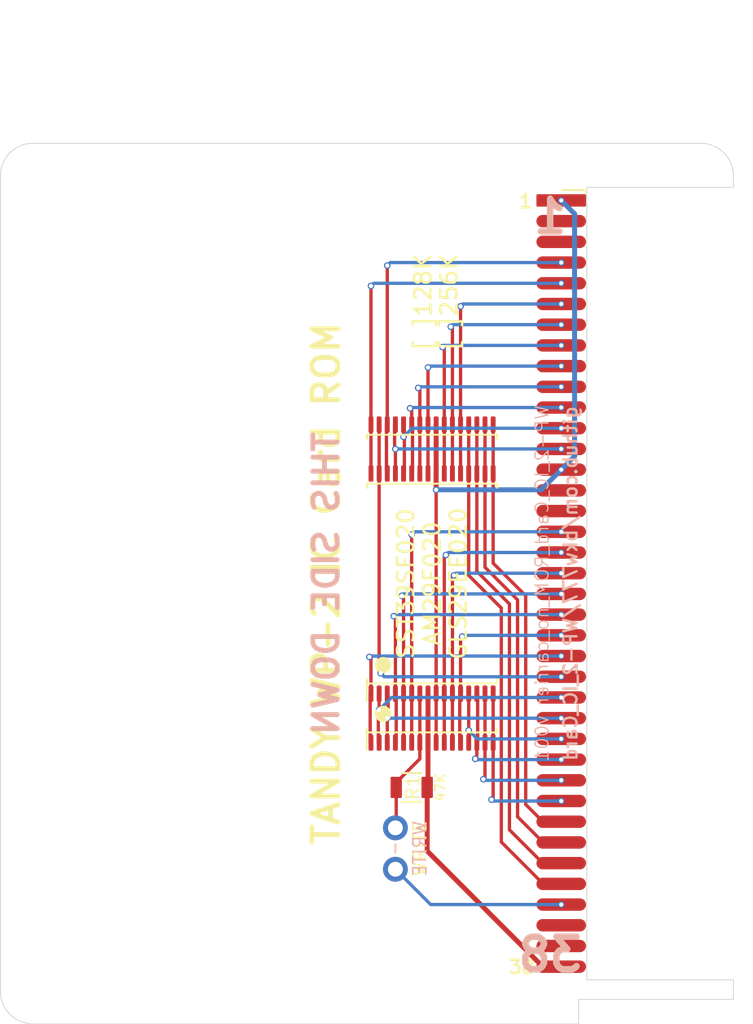
<source format=kicad_pcb>
(kicad_pcb (version 20171130) (host pcbnew 5.1.7-a382d34a8~87~ubuntu20.04.1)

  (general
    (thickness 0.8)
    (drawings 27)
    (tracks 240)
    (zones 0)
    (modules 6)
    (nets 34)
  )

  (page USLetter)
  (title_block
    (title "WP-2 128K RAM IC-Card")
    (date 2020-09-26)
    (company "Brian K. White - b.kenyon.w@gmail.com")
  )

  (layers
    (0 F.Cu signal)
    (31 B.Cu signal)
    (33 F.Adhes user)
    (35 F.Paste user)
    (36 B.SilkS user)
    (37 F.SilkS user)
    (38 B.Mask user)
    (39 F.Mask user)
    (40 Dwgs.User user)
    (41 Cmts.User user hide)
    (42 Eco1.User user hide)
    (43 Eco2.User user hide)
    (44 Edge.Cuts user)
    (45 Margin user hide)
    (46 B.CrtYd user hide)
    (47 F.CrtYd user hide)
    (49 F.Fab user hide)
  )

  (setup
    (last_trace_width 0.2032)
    (user_trace_width 0.1524)
    (user_trace_width 0.1778)
    (user_trace_width 0.2032)
    (user_trace_width 0.3048)
    (user_trace_width 0.508)
    (trace_clearance 0.1524)
    (zone_clearance 0.16)
    (zone_45_only no)
    (trace_min 0.1524)
    (via_size 0.4064)
    (via_drill 0.254)
    (via_min_size 0.4064)
    (via_min_drill 0.254)
    (uvia_size 0.4064)
    (uvia_drill 0.254)
    (uvias_allowed no)
    (uvia_min_size 0.4064)
    (uvia_min_drill 0.254)
    (edge_width 0.05)
    (segment_width 0.2)
    (pcb_text_width 0.3)
    (pcb_text_size 1.5 1.5)
    (mod_edge_width 0.12)
    (mod_text_size 1 1)
    (mod_text_width 0.15)
    (pad_size 0.3 1)
    (pad_drill 0)
    (pad_to_mask_clearance 0)
    (aux_axis_origin 158.75 99.695)
    (grid_origin 158.75 99.695)
    (visible_elements FFFFFF7F)
    (pcbplotparams
      (layerselection 0x010f0_ffffffff)
      (usegerberextensions true)
      (usegerberattributes true)
      (usegerberadvancedattributes true)
      (creategerberjobfile true)
      (excludeedgelayer true)
      (linewidth 0.100000)
      (plotframeref false)
      (viasonmask false)
      (mode 1)
      (useauxorigin false)
      (hpglpennumber 1)
      (hpglpenspeed 20)
      (hpglpendiameter 15.000000)
      (psnegative false)
      (psa4output false)
      (plotreference true)
      (plotvalue true)
      (plotinvisibletext false)
      (padsonsilk false)
      (subtractmaskfromsilk true)
      (outputformat 1)
      (mirror false)
      (drillshape 0)
      (scaleselection 1)
      (outputdirectory "GERBER_WP-2_IC_Card_ROM_no_carrier"))
  )

  (net 0 "")
  (net 1 GND)
  (net 2 /~CE1)
  (net 3 /~OE)
  (net 4 /D0)
  (net 5 /D1)
  (net 6 /D2)
  (net 7 /D3)
  (net 8 /D4)
  (net 9 /D5)
  (net 10 /D6)
  (net 11 /D7)
  (net 12 /A16)
  (net 13 /A15)
  (net 14 /A14)
  (net 15 /A13)
  (net 16 /A12)
  (net 17 /A11)
  (net 18 /A10)
  (net 19 /A9)
  (net 20 /A8)
  (net 21 /A7)
  (net 22 /A6)
  (net 23 /A5)
  (net 24 /A4)
  (net 25 /A3)
  (net 26 /A2)
  (net 27 /A1)
  (net 28 /A0)
  (net 29 VDD)
  (net 30 /A17)
  (net 31 /~WE)
  (net 32 /R~W)
  (net 33 /A18)

  (net_class Default "This is the default net class."
    (clearance 0.1524)
    (trace_width 0.254)
    (via_dia 0.4064)
    (via_drill 0.254)
    (uvia_dia 0.4064)
    (uvia_drill 0.254)
    (diff_pair_width 0.1524)
    (diff_pair_gap 0.2032)
    (add_net /A0)
    (add_net /A1)
    (add_net /A10)
    (add_net /A11)
    (add_net /A12)
    (add_net /A13)
    (add_net /A14)
    (add_net /A15)
    (add_net /A16)
    (add_net /A17)
    (add_net /A18)
    (add_net /A2)
    (add_net /A3)
    (add_net /A4)
    (add_net /A5)
    (add_net /A6)
    (add_net /A7)
    (add_net /A8)
    (add_net /A9)
    (add_net /D0)
    (add_net /D1)
    (add_net /D2)
    (add_net /D3)
    (add_net /D4)
    (add_net /D5)
    (add_net /D6)
    (add_net /D7)
    (add_net /R~W)
    (add_net /~CE1)
    (add_net /~OE)
    (add_net /~WE)
    (add_net GND)
    (add_net VDD)
  )

  (module 0_LOCAL:Net_Tie_2p_8mil (layer F.Cu) (tedit 5F70D483) (tstamp 5FA32BC1)
    (at 149.5 105.195 90)
    (path /5FA75A2A)
    (fp_text reference NT1 (at 0 1.016 90) (layer F.SilkS) hide
      (effects (font (size 0.508 0.508) (thickness 0.1016)))
    )
    (fp_text value Net-Tie_2 (at 0 -2 90) (layer F.Fab)
      (effects (font (size 1 1) (thickness 0.01)))
    )
    (fp_line (start -0.2032 0) (end 0.2032 0) (layer F.Cu) (width 0.2032))
    (pad 2 smd circle (at 0.2032 0 90) (size 0.2032 0.2032) (layers F.Cu)
      (net 1 GND))
    (pad 1 smd circle (at -0.2032 0 90) (size 0.2032 0.2032) (layers F.Cu)
      (net 33 /A18))
  )

  (module 0_LOCAL:R_0805 (layer F.Cu) (tedit 5F8B5224) (tstamp 5F898D2F)
    (at 148 112.195 180)
    (descr "Resistor SMD 0805, reflow soldering, Vishay (see dcrcw.pdf)")
    (tags "resistor 0805")
    (path /5F8FDC45)
    (attr smd)
    (fp_text reference R1 (at -0.05 0 90 unlocked) (layer F.SilkS)
      (effects (font (size 0.8 0.8) (thickness 0.1)))
    )
    (fp_text value 47K (at -1.75 0 90) (layer F.SilkS)
      (effects (font (size 0.6 0.6) (thickness 0.1)))
    )
    (fp_line (start 1.55 0.9) (end -1.55 0.9) (layer F.CrtYd) (width 0.05))
    (fp_line (start 1.55 0.9) (end 1.55 -0.9) (layer F.CrtYd) (width 0.05))
    (fp_line (start -1.55 -0.9) (end -1.55 0.9) (layer F.CrtYd) (width 0.05))
    (fp_line (start -1.55 -0.9) (end 1.55 -0.9) (layer F.CrtYd) (width 0.05))
    (fp_line (start -0.6 -0.88) (end 0.6 -0.88) (layer F.SilkS) (width 0.12))
    (fp_line (start 0.6 0.88) (end -0.6 0.88) (layer F.SilkS) (width 0.12))
    (fp_line (start -1 -0.62) (end 1 -0.62) (layer F.Fab) (width 0.1))
    (fp_line (start 1 -0.62) (end 1 0.62) (layer F.Fab) (width 0.1))
    (fp_line (start 1 0.62) (end -1 0.62) (layer F.Fab) (width 0.1))
    (fp_line (start -1 0.62) (end -1 -0.62) (layer F.Fab) (width 0.1))
    (fp_text user %R (at 0 0) (layer F.Fab)
      (effects (font (size 0.5 0.5) (thickness 0.075)))
    )
    (pad 1 smd roundrect (at -0.95 0 180) (size 0.7 1.3) (layers F.Cu F.Paste F.Mask) (roundrect_rratio 0.1)
      (net 29 VDD))
    (pad 2 smd roundrect (at 0.95 0 180) (size 0.7 1.3) (layers F.Cu F.Paste F.Mask) (roundrect_rratio 0.1)
      (net 31 /~WE))
    (model ${KIPRJMOD}/3d/R_0805_2012Metric.step
      (at (xyz 0 0 0))
      (scale (xyz 1 1 1))
      (rotate (xyz 0 0 0))
    )
  )

  (module 0_LOCAL:TSOP32-14mm (layer F.Cu) (tedit 5F8D316E) (tstamp 5F898D85)
    (at 149.25 99.695)
    (descr "Module CMS TSOP 32 pins")
    (tags "CMS TSOP")
    (path /5F906116)
    (attr smd)
    (fp_text reference U2 (at -1.905 -0.508 90) (layer F.SilkS) hide
      (effects (font (size 1 1) (thickness 0.15)))
    )
    (fp_text value "FLASH 256Kx8 5v Parallel" (at 1.27 0 90) (layer F.Fab)
      (effects (font (size 1 1) (thickness 0.15)))
    )
    (fp_circle (center -3 5) (end -2.75 5) (layer F.SilkS) (width 0.5))
    (fp_line (start -4 6.125) (end 4 6.125) (layer F.SilkS) (width 0.12))
    (fp_line (start 4 -6.125) (end -4 -6.125) (layer F.SilkS) (width 0.12))
    (fp_line (start -4 7.2) (end -4 5.875) (layer F.SilkS) (width 0.12))
    (fp_line (start 4 6.125) (end 4 5.875) (layer F.SilkS) (width 0.12))
    (fp_line (start -4 -6.125) (end -4 -5.875) (layer F.SilkS) (width 0.12))
    (fp_line (start 4 -6.125) (end 4 -5.875) (layer F.SilkS) (width 0.12))
    (pad 1 smd roundrect (at -3.75 6.75) (size 0.3 1) (layers F.Cu F.Paste F.Mask) (roundrect_rratio 0.25)
      (net 17 /A11))
    (pad 2 smd roundrect (at -3.25 6.75) (size 0.3 1) (layers F.Cu F.Paste F.Mask) (roundrect_rratio 0.25)
      (net 19 /A9))
    (pad 3 smd roundrect (at -2.75 6.75) (size 0.3 1) (layers F.Cu F.Paste F.Mask) (roundrect_rratio 0.25)
      (net 20 /A8))
    (pad 4 smd roundrect (at -2.25 6.75) (size 0.3 1) (layers F.Cu F.Paste F.Mask) (roundrect_rratio 0.25)
      (net 15 /A13))
    (pad 5 smd roundrect (at -1.75 6.75) (size 0.3 1) (layers F.Cu F.Paste F.Mask) (roundrect_rratio 0.25)
      (net 14 /A14))
    (pad 6 smd roundrect (at -1.25 6.75) (size 0.3 1) (layers F.Cu F.Paste F.Mask) (roundrect_rratio 0.25)
      (net 30 /A17))
    (pad 7 smd roundrect (at -0.75 6.75) (size 0.3 1) (layers F.Cu F.Paste F.Mask) (roundrect_rratio 0.25)
      (net 31 /~WE))
    (pad 8 smd roundrect (at -0.25 6.75) (size 0.3 1) (layers F.Cu F.Paste F.Mask) (roundrect_rratio 0.25)
      (net 29 VDD))
    (pad 9 smd roundrect (at 0.25 6.75) (size 0.3 1) (layers F.Cu F.Paste F.Mask) (roundrect_rratio 0.25)
      (net 33 /A18))
    (pad 10 smd roundrect (at 0.75 6.75) (size 0.3 1) (layers F.Cu F.Paste F.Mask) (roundrect_rratio 0.25)
      (net 12 /A16))
    (pad 11 smd roundrect (at 1.25 6.75) (size 0.3 1) (layers F.Cu F.Paste F.Mask) (roundrect_rratio 0.25)
      (net 13 /A15))
    (pad 12 smd roundrect (at 1.75 6.75) (size 0.3 1) (layers F.Cu F.Paste F.Mask) (roundrect_rratio 0.25)
      (net 16 /A12))
    (pad 13 smd roundrect (at 2.25 6.75) (size 0.3 1) (layers F.Cu F.Paste F.Mask) (roundrect_rratio 0.25)
      (net 21 /A7))
    (pad 14 smd roundrect (at 2.75 6.75) (size 0.3 1) (layers F.Cu F.Paste F.Mask) (roundrect_rratio 0.25)
      (net 22 /A6))
    (pad 15 smd roundrect (at 3.25 6.75) (size 0.3 1) (layers F.Cu F.Paste F.Mask) (roundrect_rratio 0.25)
      (net 23 /A5))
    (pad 16 smd roundrect (at 3.75 6.75) (size 0.3 1) (layers F.Cu F.Paste F.Mask) (roundrect_rratio 0.25)
      (net 24 /A4))
    (pad 17 smd roundrect (at 3.75 -6.75) (size 0.3 1) (layers F.Cu F.Paste F.Mask) (roundrect_rratio 0.25)
      (net 25 /A3))
    (pad 18 smd roundrect (at 3.25 -6.75) (size 0.3 1) (layers F.Cu F.Paste F.Mask) (roundrect_rratio 0.25)
      (net 26 /A2))
    (pad 19 smd roundrect (at 2.75 -6.75) (size 0.3 1) (layers F.Cu F.Paste F.Mask) (roundrect_rratio 0.25)
      (net 27 /A1))
    (pad 20 smd roundrect (at 2.25 -6.75) (size 0.3 1) (layers F.Cu F.Paste F.Mask) (roundrect_rratio 0.25)
      (net 28 /A0))
    (pad 21 smd roundrect (at 1.75 -6.75) (size 0.3 1) (layers F.Cu F.Paste F.Mask) (roundrect_rratio 0.25)
      (net 4 /D0))
    (pad 22 smd roundrect (at 1.25 -6.75) (size 0.3 1) (layers F.Cu F.Paste F.Mask) (roundrect_rratio 0.25)
      (net 5 /D1))
    (pad 23 smd roundrect (at 0.75 -6.75) (size 0.3 1) (layers F.Cu F.Paste F.Mask) (roundrect_rratio 0.25)
      (net 6 /D2))
    (pad 24 smd roundrect (at 0.25 -6.75) (size 0.3 1) (layers F.Cu F.Paste F.Mask) (roundrect_rratio 0.25)
      (net 1 GND))
    (pad 25 smd roundrect (at -0.25 -6.75) (size 0.3 1) (layers F.Cu F.Paste F.Mask) (roundrect_rratio 0.25)
      (net 7 /D3))
    (pad 26 smd roundrect (at -0.75 -6.75) (size 0.3 1) (layers F.Cu F.Paste F.Mask) (roundrect_rratio 0.25)
      (net 8 /D4))
    (pad 27 smd roundrect (at -1.25 -6.75) (size 0.3 1) (layers F.Cu F.Paste F.Mask) (roundrect_rratio 0.25)
      (net 9 /D5))
    (pad 28 smd roundrect (at -1.75 -6.75) (size 0.3 1) (layers F.Cu F.Paste F.Mask) (roundrect_rratio 0.25)
      (net 10 /D6))
    (pad 29 smd roundrect (at -2.25 -6.75) (size 0.3 1) (layers F.Cu F.Paste F.Mask) (roundrect_rratio 0.25)
      (net 11 /D7))
    (pad 30 smd roundrect (at -2.75 -6.75) (size 0.3 1) (layers F.Cu F.Paste F.Mask) (roundrect_rratio 0.25)
      (net 2 /~CE1))
    (pad 31 smd roundrect (at -3.25 -6.75) (size 0.3 1) (layers F.Cu F.Paste F.Mask) (roundrect_rratio 0.25)
      (net 18 /A10))
    (pad 32 smd roundrect (at -3.75 -6.75) (size 0.3 1) (layers F.Cu F.Paste F.Mask) (roundrect_rratio 0.25)
      (net 3 /~OE))
    (model ${KIPRJMOD}/3d/TSOP32_8x14.step
      (at (xyz 0 0 0))
      (scale (xyz 1 1 1))
      (rotate (xyz 0 0 -90))
    )
  )

  (module 0_LOCAL:TSOP32-20mm (layer F.Cu) (tedit 5F8D318C) (tstamp 5F898D5A)
    (at 149.25 99.695)
    (descr "Module CMS TSOP 32 pins")
    (tags "CMS TSOP")
    (path /5FA8764D)
    (attr virtual)
    (fp_text reference U1 (at -1.905 -0.508 90) (layer F.SilkS) hide
      (effects (font (size 1 1) (thickness 0.15)))
    )
    (fp_text value "FLASH 256Kx8 5v Parallel" (at 1.27 0 90) (layer F.Fab)
      (effects (font (size 1 1) (thickness 0.15)))
    )
    (fp_line (start 4 -9.125) (end 4 -8.875) (layer F.SilkS) (width 0.12))
    (fp_line (start -4 -9.125) (end -4 -8.875) (layer F.SilkS) (width 0.12))
    (fp_line (start 4 9.125) (end 4 8.875) (layer F.SilkS) (width 0.12))
    (fp_line (start -4 10.2) (end -4 8.875) (layer F.SilkS) (width 0.12))
    (fp_line (start 4 -9.125) (end -4 -9.125) (layer F.SilkS) (width 0.12))
    (fp_line (start -4 9.125) (end 4 9.125) (layer F.SilkS) (width 0.12))
    (fp_circle (center -3 8) (end -2.75 8) (layer F.SilkS) (width 0.5))
    (pad 1 smd roundrect (at -3.75 9.75) (size 0.3 1) (layers F.Cu F.Paste F.Mask) (roundrect_rratio 0.25)
      (net 17 /A11))
    (pad 2 smd roundrect (at -3.25 9.75) (size 0.3 1) (layers F.Cu F.Paste F.Mask) (roundrect_rratio 0.25)
      (net 19 /A9))
    (pad 3 smd roundrect (at -2.75 9.75) (size 0.3 1) (layers F.Cu F.Paste F.Mask) (roundrect_rratio 0.25)
      (net 20 /A8))
    (pad 4 smd roundrect (at -2.25 9.75) (size 0.3 1) (layers F.Cu F.Paste F.Mask) (roundrect_rratio 0.25)
      (net 15 /A13))
    (pad 5 smd roundrect (at -1.75 9.75) (size 0.3 1) (layers F.Cu F.Paste F.Mask) (roundrect_rratio 0.25)
      (net 14 /A14))
    (pad 6 smd roundrect (at -1.25 9.75) (size 0.3 1) (layers F.Cu F.Paste F.Mask) (roundrect_rratio 0.25)
      (net 30 /A17))
    (pad 7 smd roundrect (at -0.75 9.75) (size 0.3 1) (layers F.Cu F.Paste F.Mask) (roundrect_rratio 0.25)
      (net 31 /~WE))
    (pad 8 smd roundrect (at -0.25 9.75) (size 0.3 1) (layers F.Cu F.Paste F.Mask) (roundrect_rratio 0.25)
      (net 29 VDD))
    (pad 9 smd roundrect (at 0.25 9.75) (size 0.3 1) (layers F.Cu F.Paste F.Mask) (roundrect_rratio 0.25)
      (net 33 /A18))
    (pad 10 smd roundrect (at 0.75 9.75) (size 0.3 1) (layers F.Cu F.Paste F.Mask) (roundrect_rratio 0.25)
      (net 12 /A16))
    (pad 11 smd roundrect (at 1.25 9.75) (size 0.3 1) (layers F.Cu F.Paste F.Mask) (roundrect_rratio 0.25)
      (net 13 /A15))
    (pad 12 smd roundrect (at 1.75 9.75) (size 0.3 1) (layers F.Cu F.Paste F.Mask) (roundrect_rratio 0.25)
      (net 16 /A12))
    (pad 13 smd roundrect (at 2.25 9.75) (size 0.3 1) (layers F.Cu F.Paste F.Mask) (roundrect_rratio 0.25)
      (net 21 /A7))
    (pad 14 smd roundrect (at 2.75 9.75) (size 0.3 1) (layers F.Cu F.Paste F.Mask) (roundrect_rratio 0.25)
      (net 22 /A6))
    (pad 15 smd roundrect (at 3.25 9.75) (size 0.3 1) (layers F.Cu F.Paste F.Mask) (roundrect_rratio 0.25)
      (net 23 /A5))
    (pad 16 smd roundrect (at 3.75 9.75) (size 0.3 1) (layers F.Cu F.Paste F.Mask) (roundrect_rratio 0.25)
      (net 24 /A4))
    (pad 17 smd roundrect (at 3.75 -9.75) (size 0.3 1) (layers F.Cu F.Paste F.Mask) (roundrect_rratio 0.25)
      (net 25 /A3))
    (pad 18 smd roundrect (at 3.25 -9.75) (size 0.3 1) (layers F.Cu F.Paste F.Mask) (roundrect_rratio 0.25)
      (net 26 /A2))
    (pad 19 smd roundrect (at 2.75 -9.75) (size 0.3 1) (layers F.Cu F.Paste F.Mask) (roundrect_rratio 0.25)
      (net 27 /A1))
    (pad 20 smd roundrect (at 2.25 -9.75) (size 0.3 1) (layers F.Cu F.Paste F.Mask) (roundrect_rratio 0.25)
      (net 28 /A0))
    (pad 21 smd roundrect (at 1.75 -9.75) (size 0.3 1) (layers F.Cu F.Paste F.Mask) (roundrect_rratio 0.25)
      (net 4 /D0))
    (pad 22 smd roundrect (at 1.25 -9.75) (size 0.3 1) (layers F.Cu F.Paste F.Mask) (roundrect_rratio 0.25)
      (net 5 /D1))
    (pad 23 smd roundrect (at 0.75 -9.75) (size 0.3 1) (layers F.Cu F.Paste F.Mask) (roundrect_rratio 0.25)
      (net 6 /D2))
    (pad 24 smd roundrect (at 0.25 -9.75) (size 0.3 1) (layers F.Cu F.Paste F.Mask) (roundrect_rratio 0.25)
      (net 1 GND))
    (pad 25 smd roundrect (at -0.25 -9.75) (size 0.3 1) (layers F.Cu F.Paste F.Mask) (roundrect_rratio 0.25)
      (net 7 /D3))
    (pad 26 smd roundrect (at -0.75 -9.75) (size 0.3 1) (layers F.Cu F.Paste F.Mask) (roundrect_rratio 0.25)
      (net 8 /D4))
    (pad 27 smd roundrect (at -1.25 -9.75) (size 0.3 1) (layers F.Cu F.Paste F.Mask) (roundrect_rratio 0.25)
      (net 9 /D5))
    (pad 28 smd roundrect (at -1.75 -9.75) (size 0.3 1) (layers F.Cu F.Paste F.Mask) (roundrect_rratio 0.25)
      (net 10 /D6))
    (pad 29 smd roundrect (at -2.25 -9.75) (size 0.3 1) (layers F.Cu F.Paste F.Mask) (roundrect_rratio 0.25)
      (net 11 /D7))
    (pad 30 smd roundrect (at -2.75 -9.75) (size 0.3 1) (layers F.Cu F.Paste F.Mask) (roundrect_rratio 0.25)
      (net 2 /~CE1))
    (pad 31 smd roundrect (at -3.25 -9.75) (size 0.3 1) (layers F.Cu F.Paste F.Mask) (roundrect_rratio 0.25)
      (net 18 /A10))
    (pad 32 smd roundrect (at -3.75 -9.75) (size 0.3 1) (layers F.Cu F.Paste F.Mask) (roundrect_rratio 0.25)
      (net 3 /~OE))
    (model ${KIPRJMOD}/3d/TSOP32_8X20.step
      (at (xyz 0 0 0))
      (scale (xyz 1 1 1))
      (rotate (xyz 0 0 -90))
    )
  )

  (module 0_LOCAL:JP2 (layer F.Cu) (tedit 5F8B1E86) (tstamp 5F9AE79B)
    (at 147 115.945 90)
    (path /5F96166C)
    (fp_text reference JP1 (at 0 1.5 90) (layer F.SilkS) hide
      (effects (font (size 0.8128 0.8128) (thickness 0.0762)))
    )
    (fp_text value Write-Enable (at 0 1.5 90) (layer F.SilkS) hide
      (effects (font (size 0.8 0.8) (thickness 0.1)))
    )
    (pad 1 thru_hole circle (at -1.27 0 90) (size 1.524 1.524) (drill 0.9144) (layers *.Cu *.Mask)
      (net 32 /R~W))
    (pad 2 thru_hole circle (at 1.27 0 90) (size 1.524 1.524) (drill 0.9144) (layers *.Cu *.Mask)
      (net 31 /~WE))
  )

  (module 0_LOCAL:PinSocket_1x38x1.27_edge_s (layer F.Cu) (tedit 5F7C31EE) (tstamp 5F74043C)
    (at 158.75 99.695)
    (descr "Through hole straight socket strip, 1x38, 1.27mm pitch, single row")
    (tags "Through hole socket strip THT 1x38 1.27mm single row")
    (path /5F6EF0A3)
    (attr smd)
    (fp_text reference J1 (at -2.8956 4.4196 -90) (layer F.SilkS) hide
      (effects (font (size 1 1) (thickness 0.15)))
    )
    (fp_text value Conn_01x38_Female (at -2.921 23.114 -90) (layer F.Fab)
      (effects (font (size 1 1) (thickness 0.15)))
    )
    (fp_line (start -1.524 -24.13) (end -0.127 -24.13) (layer F.SilkS) (width 0.12))
    (fp_line (start -0.127 -24.13) (end -0.127 -23.9395) (layer F.SilkS) (width 0.12))
    (fp_line (start 5.08 -24.13) (end 8.509 -24.13) (layer F.Fab) (width 0.08))
    (fp_line (start 8.509 -24.13) (end 8.509 24.13) (layer F.Fab) (width 0.08))
    (fp_line (start 8.509 24.13) (end 5.08 24.13) (layer F.Fab) (width 0.08))
    (fp_line (start 0.1905 -22.5425) (end 6.0325 -22.5425) (layer F.Fab) (width 0.08))
    (fp_line (start 0.1905 -21.9075) (end 6.0325 -21.9075) (layer F.Fab) (width 0.08))
    (fp_line (start 0.1905 -21.9075) (end 0 -22.098) (layer F.Fab) (width 0.08))
    (fp_line (start 0.1905 -22.5425) (end 0 -22.352) (layer F.Fab) (width 0.08))
    (fp_line (start 0 -22.352) (end 0 -22.098) (layer F.Fab) (width 0.08))
    (fp_line (start 6.0325 -22.5425) (end 6.0325 -21.9075) (layer F.Fab) (width 0.08))
    (fp_line (start 2.794 -18.0975) (end 2.6035 -18.288) (layer F.Fab) (width 0.08))
    (fp_line (start 2.794 -18.7325) (end 8.636 -18.7325) (layer F.Fab) (width 0.08))
    (fp_line (start 2.794 -18.7325) (end 2.6035 -18.542) (layer F.Fab) (width 0.08))
    (fp_line (start 2.794 -18.0975) (end 8.636 -18.0975) (layer F.Fab) (width 0.08))
    (fp_line (start 2.6035 -18.288) (end 2.6035 -18.542) (layer F.Fab) (width 0.08))
    (fp_line (start 8.636 -18.0975) (end 8.636 -18.7325) (layer F.Fab) (width 0.08))
    (fp_line (start 3.7465 -22.6695) (end 3.7465 -25.4) (layer F.Fab) (width 0.08))
    (fp_line (start 3.7465 -22.6695) (end 3.556 -22.86) (layer F.Fab) (width 0.08))
    (fp_line (start 3.7465 -22.6695) (end 3.937 -22.86) (layer F.Fab) (width 0.08))
    (fp_line (start 4.3815 -24.257) (end 4.572 -24.4475) (layer F.Fab) (width 0.08))
    (fp_line (start 4.3815 -24.257) (end 4.191 -24.4475) (layer F.Fab) (width 0.08))
    (fp_line (start 4.3815 -24.257) (end 4.3815 -25.4) (layer F.Fab) (width 0.08))
    (fp_line (start 3.7465 -25.4) (end 4.3815 -25.4) (layer F.Fab) (width 0.08))
    (fp_line (start 4.3815 -25.4) (end 4.064 -25.4) (layer F.Fab) (width 0.08))
    (fp_line (start 4.064 -25.4) (end 4.064 -26.035) (layer F.Fab) (width 0.08))
    (fp_line (start 7.62 -18.8595) (end 7.8105 -19.05) (layer F.Fab) (width 0.08))
    (fp_line (start 7.62 -18.8595) (end 7.4295 -19.05) (layer F.Fab) (width 0.08))
    (fp_line (start 7.62 -18.8595) (end 7.62 -25.4) (layer F.Fab) (width 0.08))
    (fp_line (start 8.255 -24.257) (end 8.255 -25.4) (layer F.Fab) (width 0.08))
    (fp_line (start 8.255 -25.4) (end 7.9375 -25.4) (layer F.Fab) (width 0.08))
    (fp_line (start 8.255 -24.257) (end 8.4455 -24.4475) (layer F.Fab) (width 0.08))
    (fp_line (start 7.62 -25.4) (end 8.255 -25.4) (layer F.Fab) (width 0.08))
    (fp_line (start 8.255 -24.257) (end 8.0645 -24.4475) (layer F.Fab) (width 0.08))
    (fp_line (start 7.9375 -25.4) (end 7.9375 -26.035) (layer F.Fab) (width 0.08))
    (fp_line (start 0 -24.13) (end 4.3815 -24.13) (layer F.Fab) (width 0.08))
    (fp_line (start 4.3815 -24.13) (end 4.3815 24.13) (layer F.Fab) (width 0.08))
    (fp_line (start 4.3815 24.13) (end 0 24.13) (layer F.Fab) (width 0.08))
    (fp_line (start 0 24.13) (end 0 -24.13) (layer F.Fab) (width 0.08))
    (fp_text user "pins 6.0mm" (at 9.8425 -20.574 -90) (layer F.Fab)
      (effects (font (size 0.5 0.5) (thickness 0.05)))
    )
    (fp_text user "Height 8.5mm, Bottom 2.5mm" (at 7.112 -30.0355 -90) (layer F.Fab)
      (effects (font (size 0.5 0.5) (thickness 0.05)))
    )
    (fp_text user "samtec header" (at 8.001 -28.956 -90) (layer F.Fab)
      (effects (font (size 0.5 0.5) (thickness 0.05)))
    )
    (fp_text user "Height 4.4mm, Bottom 0mm" (at 3.2385 -29.718 -90) (layer F.Fab)
      (effects (font (size 0.5 0.5) (thickness 0.05)))
    )
    (fp_text user "generic header" (at 4.1275 -28.956 -90) (layer F.Fab)
      (effects (font (size 0.5 0.5) (thickness 0.05)))
    )
    (fp_text user %R (at 0 -1.695) (layer F.Fab) hide
      (effects (font (size 1 1) (thickness 0.15)))
    )
    (pad 1 smd roundrect (at -1.57 -23.495) (size 3.048 0.762) (layers F.Cu F.Paste F.Mask) (roundrect_rratio 0.1)
      (net 1 GND))
    (pad 2 smd oval (at -1.57 -22.225) (size 3.048 0.762) (layers F.Cu F.Paste F.Mask))
    (pad 3 smd oval (at -1.57 -20.955) (size 3.048 0.762) (layers F.Cu F.Paste F.Mask))
    (pad 4 smd oval (at -1.57 -19.685) (size 3.048 0.762) (layers F.Cu F.Paste F.Mask)
      (net 2 /~CE1))
    (pad 5 smd oval (at -1.57 -18.415) (size 3.048 0.762) (layers F.Cu F.Paste F.Mask)
      (net 3 /~OE))
    (pad 6 smd oval (at -1.57 -17.145) (size 3.048 0.762) (layers F.Cu F.Paste F.Mask)
      (net 4 /D0))
    (pad 7 smd oval (at -1.57 -15.875) (size 3.048 0.762) (layers F.Cu F.Paste F.Mask)
      (net 5 /D1))
    (pad 8 smd oval (at -1.57 -14.605) (size 3.048 0.762) (layers F.Cu F.Paste F.Mask)
      (net 6 /D2))
    (pad 9 smd oval (at -1.57 -13.335) (size 3.048 0.762) (layers F.Cu F.Paste F.Mask)
      (net 7 /D3))
    (pad 10 smd oval (at -1.57 -12.065) (size 3.048 0.762) (layers F.Cu F.Paste F.Mask)
      (net 8 /D4))
    (pad 11 smd oval (at -1.57 -10.795) (size 3.048 0.762) (layers F.Cu F.Paste F.Mask)
      (net 9 /D5))
    (pad 12 smd oval (at -1.57 -9.525) (size 3.048 0.762) (layers F.Cu F.Paste F.Mask)
      (net 10 /D6))
    (pad 13 smd oval (at -1.57 -8.255) (size 3.048 0.762) (layers F.Cu F.Paste F.Mask)
      (net 11 /D7))
    (pad 14 smd oval (at -1.57 -6.985) (size 3.048 0.762) (layers F.Cu F.Paste F.Mask)
      (net 1 GND))
    (pad 15 smd oval (at -1.57 -5.715) (size 3.048 0.762) (layers F.Cu F.Paste F.Mask))
    (pad 16 smd oval (at -1.57 -4.445) (size 3.048 0.762) (layers F.Cu F.Paste F.Mask))
    (pad 17 smd oval (at -1.57 -3.175) (size 3.048 0.762) (layers F.Cu F.Paste F.Mask)
      (net 30 /A17))
    (pad 18 smd oval (at -1.57 -1.905) (size 3.048 0.762) (layers F.Cu F.Paste F.Mask)
      (net 12 /A16))
    (pad 19 smd oval (at -1.57 -0.635) (size 3.048 0.762) (layers F.Cu F.Paste F.Mask)
      (net 13 /A15))
    (pad 20 smd oval (at -1.57 0.635) (size 3.048 0.762) (layers F.Cu F.Paste F.Mask)
      (net 14 /A14))
    (pad 21 smd oval (at -1.57 1.905) (size 3.048 0.762) (layers F.Cu F.Paste F.Mask)
      (net 15 /A13))
    (pad 22 smd oval (at -1.57 3.175) (size 3.048 0.762) (layers F.Cu F.Paste F.Mask)
      (net 16 /A12))
    (pad 23 smd oval (at -1.57 4.445) (size 3.048 0.762) (layers F.Cu F.Paste F.Mask)
      (net 17 /A11))
    (pad 24 smd oval (at -1.57 5.715) (size 3.048 0.762) (layers F.Cu F.Paste F.Mask)
      (net 18 /A10))
    (pad 25 smd oval (at -1.57 6.985) (size 3.048 0.762) (layers F.Cu F.Paste F.Mask)
      (net 19 /A9))
    (pad 26 smd oval (at -1.57 8.255) (size 3.048 0.762) (layers F.Cu F.Paste F.Mask)
      (net 20 /A8))
    (pad 27 smd oval (at -1.57 9.525) (size 3.048 0.762) (layers F.Cu F.Paste F.Mask)
      (net 21 /A7))
    (pad 28 smd oval (at -1.57 10.795) (size 3.048 0.762) (layers F.Cu F.Paste F.Mask)
      (net 22 /A6))
    (pad 29 smd oval (at -1.57 12.065) (size 3.048 0.762) (layers F.Cu F.Paste F.Mask)
      (net 23 /A5))
    (pad 30 smd oval (at -1.57 13.335) (size 3.048 0.762) (layers F.Cu F.Paste F.Mask)
      (net 24 /A4))
    (pad 31 smd oval (at -1.57 14.605) (size 3.048 0.762) (layers F.Cu F.Paste F.Mask)
      (net 25 /A3))
    (pad 32 smd oval (at -1.57 15.875) (size 3.048 0.762) (layers F.Cu F.Paste F.Mask)
      (net 26 /A2))
    (pad 33 smd oval (at -1.57 17.145) (size 3.048 0.762) (layers F.Cu F.Paste F.Mask)
      (net 27 /A1))
    (pad 34 smd oval (at -1.57 18.415) (size 3.048 0.762) (layers F.Cu F.Paste F.Mask)
      (net 28 /A0))
    (pad 35 smd oval (at -1.57 19.685) (size 3.048 0.762) (layers F.Cu F.Paste F.Mask)
      (net 32 /R~W))
    (pad 36 smd oval (at -1.57 20.955) (size 3.048 0.762) (layers F.Cu F.Paste F.Mask))
    (pad 37 smd oval (at -1.57 22.225) (size 3.048 0.762) (layers F.Cu F.Paste F.Mask))
    (pad 38 smd oval (at -1.57 23.495) (size 3.048 0.762) (layers F.Cu F.Paste F.Mask)
      (net 29 VDD))
    (model ${KIPRJMOD}/3d/PinSocket_1x38_P1.27mm_Vertical.step_x
      (offset (xyz 0 23.495 0.1))
      (scale (xyz 1 1 1))
      (rotate (xyz 0 -90 0))
    )
    (model ${KIPRJMOD}/3d/SMS-138-01-x-x.step
      (offset (xyz 0 0 0.25))
      (scale (xyz 1 1 1))
      (rotate (xyz 0 0 90))
    )
  )

  (gr_text "THIS SIDE DOWN" (at 142.75 99.695 90) (layer B.SilkS)
    (effects (font (size 1.5 1.5) (thickness 0.3)) (justify mirror))
  )
  (gr_line (start 167.75 74.695) (end 167.75 75.395) (layer Edge.Cuts) (width 0.05) (tstamp 5F9AEF4D))
  (gr_arc (start 165.75 74.695) (end 167.75 74.695) (angle -90) (layer Edge.Cuts) (width 0.05) (tstamp 5F9AEF2A))
  (gr_arc (start 124.75 124.695) (end 122.75 124.695) (angle -90) (layer Edge.Cuts) (width 0.05) (tstamp 5F9AEF03))
  (gr_arc (start 124.75 74.695) (end 124.75 72.695) (angle -90) (layer Edge.Cuts) (width 0.05))
  (gr_line (start 158.75 75.395) (end 158.75 123.995) (layer Edge.Cuts) (width 0.05))
  (gr_line (start 167.75 75.395) (end 158.75 75.395) (layer Edge.Cuts) (width 0.05) (tstamp 5F9AAC1A))
  (gr_line (start 124.75 72.695) (end 165.75 72.695) (layer Edge.Cuts) (width 0.05))
  (gr_line (start 122.75 124.695) (end 122.75 74.695) (layer Edge.Cuts) (width 0.05))
  (gr_line (start 158.25 126.695) (end 124.75 126.695) (layer Edge.Cuts) (width 0.05))
  (gr_line (start 158.25 125.195) (end 158.25 126.695) (layer Edge.Cuts) (width 0.05))
  (gr_line (start 167.75 125.195) (end 158.25 125.195) (layer Edge.Cuts) (width 0.05))
  (gr_line (start 167.75 123.995) (end 167.75 125.195) (layer Edge.Cuts) (width 0.05))
  (gr_line (start 158.75 123.995) (end 167.75 123.995) (layer Edge.Cuts) (width 0.05))
  (gr_text 1 (at 156.5 77.195) (layer B.SilkS) (tstamp 5F8D1C95)
    (effects (font (size 2 2) (thickness 0.4)) (justify mirror))
  )
  (gr_text 38 (at 156.5 122.445) (layer B.SilkS)
    (effects (font (size 2 2) (thickness 0.4)) (justify mirror))
  )
  (gr_text "SST39SF020\nAM29F020\nGLS29EE020" (at 149.25 99.695 90) (layer F.SilkS) (tstamp 5F9CAC7A)
    (effects (font (size 1 1) (thickness 0.15)))
  )
  (gr_line (start 147 116.195) (end 147 115.695) (layer F.SilkS) (width 0.12) (tstamp 5F8B2E1F))
  (gr_text WRITE (at 148.5 115.945 90) (layer F.SilkS) (tstamp 5F8B2D20)
    (effects (font (size 0.8 0.8) (thickness 0.1)))
  )
  (gr_line (start 147 115.695) (end 147 116.195) (layer B.SilkS) (width 0.12))
  (gr_text WRITE (at 148.5 115.945 -270) (layer B.SilkS)
    (effects (font (size 0.8 0.8) (thickness 0.1)) (justify mirror))
  )
  (gr_text "[ ]128K\n[ ]256K" (at 149.5 82.445 90) (layer F.SilkS)
    (effects (font (size 1 1) (thickness 0.15)))
  )
  (gr_text "TANDY WP-2 IC Card ROM" (at 142.75 99.695 90) (layer F.SilkS)
    (effects (font (size 1.6 1.6) (thickness 0.3)))
  )
  (gr_text "WP-2_IC_Card_ROM_no_carrier v001" (at 156 99.695 -270) (layer B.SilkS)
    (effects (font (size 0.8 0.8) (thickness 0.08)) (justify mirror))
  )
  (gr_text 38 (at 154.75 123.2154) (layer F.SilkS) (tstamp 5F712A00)
    (effects (font (size 0.8128 0.8128) (thickness 0.1524)))
  )
  (gr_text 1 (at 154.9948 76.2508) (layer F.SilkS) (tstamp 5F7129FD)
    (effects (font (size 0.8128 0.8128) (thickness 0.1524)))
  )
  (gr_text github.com/bkw777/WP-2_IC_Card (at 157.75 99.695 -270) (layer B.SilkS) (tstamp 5F7129FA)
    (effects (font (size 0.8128 0.8128) (thickness 0.1524)) (justify mirror))
  )

  (via (at 149.5 93.945) (size 0.4064) (drill 0.254) (layers F.Cu B.Cu) (net 1))
  (via (at 157.18 92.71) (size 0.4064) (drill 0.254) (layers F.Cu B.Cu) (net 1))
  (via (at 157.18 76.2) (size 0.4064) (drill 0.254) (layers F.Cu B.Cu) (net 1))
  (segment (start 158 77.02) (end 157.18 76.2) (width 0.3048) (layer B.Cu) (net 1))
  (segment (start 158 91.89) (end 158 77.02) (width 0.3048) (layer B.Cu) (net 1))
  (segment (start 157.18 92.71) (end 158 91.89) (width 0.3048) (layer B.Cu) (net 1))
  (segment (start 157.18 92.765) (end 157.18 92.71) (width 0.3048) (layer B.Cu) (net 1))
  (segment (start 149.5 89.945) (end 149.5 92.945) (width 0.3048) (layer F.Cu) (net 1))
  (segment (start 149.5 92.945) (end 149.5 93.945) (width 0.3048) (layer F.Cu) (net 1))
  (segment (start 155.945 93.945) (end 149.5 93.945) (width 0.3048) (layer B.Cu) (net 1))
  (segment (start 157.18 92.71) (end 155.945 93.945) (width 0.3048) (layer B.Cu) (net 1))
  (segment (start 149.5 104.9918) (end 149.5 93.945) (width 0.2032) (layer F.Cu) (net 1))
  (via (at 157.18 80.01) (size 0.4064) (drill 0.254) (layers F.Cu B.Cu) (net 2))
  (segment (start 157.18 80.01) (end 146.685 80.01) (width 0.2032) (layer B.Cu) (net 2))
  (segment (start 146.685 80.01) (end 146.5 80.195) (width 0.2032) (layer B.Cu) (net 2))
  (segment (start 146.5 80.195) (end 146.5 80.195) (width 0.2032) (layer B.Cu) (net 2) (tstamp 5F9CDCEA))
  (via (at 146.5 80.195) (size 0.4064) (drill 0.254) (layers F.Cu B.Cu) (net 2))
  (segment (start 146.5 89.945) (end 146.5 80.195) (width 0.2032) (layer F.Cu) (net 2))
  (segment (start 146.45 89.995) (end 146.5 89.945) (width 0.2032) (layer F.Cu) (net 2))
  (segment (start 146.45 92.895) (end 146.45 89.995) (width 0.2032) (layer F.Cu) (net 2))
  (segment (start 146.5 92.945) (end 146.45 92.895) (width 0.2032) (layer F.Cu) (net 2))
  (segment (start 145.5 92.945) (end 145.5 89.945) (width 0.2032) (layer F.Cu) (net 3))
  (via (at 157.18 81.28) (size 0.4064) (drill 0.254) (layers F.Cu B.Cu) (net 3))
  (segment (start 157.18 81.28) (end 145.665 81.28) (width 0.2032) (layer B.Cu) (net 3))
  (segment (start 145.665 81.28) (end 145.5 81.445) (width 0.2032) (layer B.Cu) (net 3))
  (segment (start 145.5 81.445) (end 145.5 81.445) (width 0.2032) (layer B.Cu) (net 3) (tstamp 5F9CDCEC))
  (via (at 145.5 81.445) (size 0.4064) (drill 0.254) (layers F.Cu B.Cu) (net 3))
  (segment (start 145.5 89.945) (end 145.5 81.445) (width 0.2032) (layer F.Cu) (net 3))
  (segment (start 151 92.945) (end 151 89.945) (width 0.2032) (layer F.Cu) (net 4))
  (via (at 157.18 82.55) (size 0.4064) (drill 0.254) (layers F.Cu B.Cu) (net 4))
  (segment (start 157.18 82.55) (end 151.145 82.55) (width 0.2032) (layer B.Cu) (net 4))
  (segment (start 151.145 82.55) (end 151 82.695) (width 0.2032) (layer B.Cu) (net 4))
  (segment (start 151 82.695) (end 151 82.695) (width 0.2032) (layer B.Cu) (net 4) (tstamp 5F9CDCEE))
  (via (at 151 82.695) (size 0.4064) (drill 0.254) (layers F.Cu B.Cu) (net 4))
  (segment (start 151 89.945) (end 151 82.695) (width 0.2032) (layer F.Cu) (net 4))
  (segment (start 150.5 92.945) (end 150.5 89.945) (width 0.2032) (layer F.Cu) (net 5))
  (via (at 157.18 83.82) (size 0.4064) (drill 0.254) (layers F.Cu B.Cu) (net 5))
  (segment (start 150.5 84.045) (end 150.4 83.945) (width 0.2032) (layer F.Cu) (net 5))
  (segment (start 150.5 89.945) (end 150.5 84.045) (width 0.2032) (layer F.Cu) (net 5))
  (segment (start 150.525 83.82) (end 157.18 83.82) (width 0.2032) (layer B.Cu) (net 5))
  (segment (start 150.4 83.945) (end 150.525 83.82) (width 0.2032) (layer B.Cu) (net 5))
  (via (at 150.4 83.945) (size 0.4064) (drill 0.254) (layers F.Cu B.Cu) (net 5))
  (segment (start 150 92.945) (end 150 89.945) (width 0.2032) (layer F.Cu) (net 6))
  (via (at 157.18 85.09) (size 0.4064) (drill 0.254) (layers F.Cu B.Cu) (net 6))
  (segment (start 150 85.195) (end 150 85.195) (width 0.2032) (layer B.Cu) (net 6) (tstamp 5F9CDCF2))
  (segment (start 150 85.295) (end 149.9 85.195) (width 0.2032) (layer F.Cu) (net 6))
  (segment (start 150 89.945) (end 150 85.295) (width 0.2032) (layer F.Cu) (net 6))
  (segment (start 150.005 85.09) (end 157.18 85.09) (width 0.2032) (layer B.Cu) (net 6))
  (segment (start 149.9 85.195) (end 150.005 85.09) (width 0.2032) (layer B.Cu) (net 6))
  (via (at 149.9 85.195) (size 0.4064) (drill 0.254) (layers F.Cu B.Cu) (net 6))
  (via (at 157.18 86.36) (size 0.4064) (drill 0.254) (layers F.Cu B.Cu) (net 7))
  (segment (start 149 92.945) (end 149 89.945) (width 0.2032) (layer F.Cu) (net 7))
  (segment (start 157.18 86.36) (end 149.085 86.36) (width 0.2032) (layer B.Cu) (net 7))
  (segment (start 149.085 86.36) (end 149 86.445) (width 0.2032) (layer B.Cu) (net 7))
  (segment (start 149 86.445) (end 149 86.445) (width 0.2032) (layer B.Cu) (net 7) (tstamp 5F9CDCF4))
  (via (at 149 86.445) (size 0.4064) (drill 0.254) (layers F.Cu B.Cu) (net 7))
  (segment (start 149 89.945) (end 149 86.445) (width 0.2032) (layer F.Cu) (net 7))
  (via (at 157.18 87.63) (size 0.4064) (drill 0.254) (layers F.Cu B.Cu) (net 8))
  (segment (start 148.5 92.945) (end 148.5 89.945) (width 0.2032) (layer F.Cu) (net 8))
  (segment (start 148.5 87.795) (end 148.4 87.695) (width 0.2032) (layer F.Cu) (net 8))
  (segment (start 148.5 89.945) (end 148.5 87.795) (width 0.2032) (layer F.Cu) (net 8))
  (segment (start 148.465 87.63) (end 157.18 87.63) (width 0.2032) (layer B.Cu) (net 8))
  (segment (start 148.4 87.695) (end 148.465 87.63) (width 0.2032) (layer B.Cu) (net 8))
  (via (at 148.4 87.695) (size 0.4064) (drill 0.254) (layers F.Cu B.Cu) (net 8))
  (via (at 157.18 88.9) (size 0.4064) (drill 0.254) (layers F.Cu B.Cu) (net 9))
  (segment (start 148.05 89.995) (end 148 89.945) (width 0.2032) (layer F.Cu) (net 9))
  (segment (start 148.05 92.895) (end 148.05 89.995) (width 0.2032) (layer F.Cu) (net 9))
  (segment (start 148 92.945) (end 148.05 92.895) (width 0.2032) (layer F.Cu) (net 9))
  (segment (start 148 89.045) (end 147.9 88.945) (width 0.2032) (layer F.Cu) (net 9))
  (segment (start 148 89.945) (end 148 89.045) (width 0.2032) (layer F.Cu) (net 9))
  (segment (start 147.945 88.9) (end 157.18 88.9) (width 0.2032) (layer B.Cu) (net 9))
  (segment (start 147.9 88.945) (end 147.945 88.9) (width 0.2032) (layer B.Cu) (net 9))
  (via (at 147.9 88.945) (size 0.4064) (drill 0.254) (layers F.Cu B.Cu) (net 9))
  (via (at 157.18 90.17) (size 0.4064) (drill 0.254) (layers F.Cu B.Cu) (net 10))
  (segment (start 157.18 90.17) (end 148.025 90.17) (width 0.2032) (layer B.Cu) (net 10))
  (segment (start 148.025 90.17) (end 147.5 90.695) (width 0.2032) (layer B.Cu) (net 10))
  (segment (start 147.5 90.695) (end 147.5 89.945) (width 0.2032) (layer F.Cu) (net 10))
  (via (at 147.5 90.695) (size 0.4064) (drill 0.254) (layers F.Cu B.Cu) (net 10))
  (segment (start 147.55 90.745) (end 147.5 90.695) (width 0.2032) (layer F.Cu) (net 10))
  (segment (start 147.55 92.895) (end 147.55 90.745) (width 0.2032) (layer F.Cu) (net 10))
  (segment (start 147.5 92.945) (end 147.55 92.895) (width 0.2032) (layer F.Cu) (net 10))
  (via (at 157.18 91.44) (size 0.4064) (drill 0.254) (layers F.Cu B.Cu) (net 11))
  (segment (start 147 92.945) (end 147 91.445) (width 0.2032) (layer F.Cu) (net 11))
  (segment (start 157.18 91.44) (end 147.005 91.44) (width 0.2032) (layer B.Cu) (net 11))
  (via (at 147 91.445) (size 0.4064) (drill 0.254) (layers F.Cu B.Cu) (net 11))
  (segment (start 146.95 89.995) (end 147 89.945) (width 0.2032) (layer F.Cu) (net 11))
  (segment (start 146.95 91.395) (end 146.95 89.995) (width 0.2032) (layer F.Cu) (net 11))
  (segment (start 147 91.445) (end 146.95 91.395) (width 0.2032) (layer F.Cu) (net 11))
  (segment (start 157.23 97.79) (end 157.23 97.79) (width 0.254) (layer F.Cu) (net 12) (tstamp 5F712BA1))
  (via (at 157.18 97.79) (size 0.4064) (drill 0.254) (layers F.Cu B.Cu) (net 12))
  (segment (start 150 109.445) (end 150 106.445) (width 0.2032) (layer F.Cu) (net 12))
  (segment (start 150 98.045) (end 150.1 97.945) (width 0.2032) (layer F.Cu) (net 12))
  (segment (start 150 106.445) (end 150 98.045) (width 0.2032) (layer F.Cu) (net 12))
  (segment (start 150.255 97.79) (end 157.18 97.79) (width 0.2032) (layer B.Cu) (net 12))
  (segment (start 150.1 97.945) (end 150.255 97.79) (width 0.2032) (layer B.Cu) (net 12))
  (via (at 150.1 97.945) (size 0.4064) (drill 0.254) (layers F.Cu B.Cu) (net 12))
  (via (at 157.18 99.06) (size 0.4064) (drill 0.254) (layers F.Cu B.Cu) (net 13))
  (segment (start 150.5 109.445) (end 150.5 106.445) (width 0.2032) (layer F.Cu) (net 13))
  (segment (start 150.5 99.295) (end 150.6 99.195) (width 0.2032) (layer F.Cu) (net 13))
  (segment (start 150.5 106.445) (end 150.5 99.295) (width 0.2032) (layer F.Cu) (net 13))
  (segment (start 150.735 99.06) (end 157.18 99.06) (width 0.2032) (layer B.Cu) (net 13))
  (segment (start 150.6 99.195) (end 150.735 99.06) (width 0.2032) (layer B.Cu) (net 13))
  (via (at 150.6 99.195) (size 0.4064) (drill 0.254) (layers F.Cu B.Cu) (net 13))
  (segment (start 157.23 100.33) (end 157.23 100.33) (width 0.254) (layer F.Cu) (net 14) (tstamp 5F712AC9))
  (via (at 157.18 100.33) (size 0.4064) (drill 0.254) (layers F.Cu B.Cu) (net 14))
  (segment (start 147.5 109.445) (end 147.5 106.445) (width 0.2032) (layer F.Cu) (net 14))
  (segment (start 147.5 100.545) (end 147.4 100.445) (width 0.2032) (layer F.Cu) (net 14))
  (segment (start 147.5 106.445) (end 147.5 100.545) (width 0.2032) (layer F.Cu) (net 14))
  (segment (start 147.515 100.33) (end 157.18 100.33) (width 0.2032) (layer B.Cu) (net 14))
  (segment (start 147.4 100.445) (end 147.515 100.33) (width 0.2032) (layer B.Cu) (net 14))
  (via (at 147.4 100.445) (size 0.4064) (drill 0.254) (layers F.Cu B.Cu) (net 14))
  (via (at 157.18 101.6) (size 0.4064) (drill 0.254) (layers F.Cu B.Cu) (net 15))
  (segment (start 147.05 106.495) (end 147 106.445) (width 0.2032) (layer F.Cu) (net 15))
  (segment (start 147.05 109.395) (end 147.05 106.495) (width 0.2032) (layer F.Cu) (net 15))
  (segment (start 147 109.445) (end 147.05 109.395) (width 0.2032) (layer F.Cu) (net 15))
  (segment (start 147 101.795) (end 146.9 101.695) (width 0.2032) (layer F.Cu) (net 15))
  (segment (start 147 106.445) (end 147 101.795) (width 0.2032) (layer F.Cu) (net 15))
  (segment (start 146.995 101.6) (end 157.18 101.6) (width 0.2032) (layer B.Cu) (net 15))
  (segment (start 146.9 101.695) (end 146.995 101.6) (width 0.2032) (layer B.Cu) (net 15))
  (via (at 146.9 101.695) (size 0.4064) (drill 0.254) (layers F.Cu B.Cu) (net 15))
  (via (at 157.18 102.87) (size 0.4064) (drill 0.254) (layers F.Cu B.Cu) (net 16))
  (segment (start 150.95 106.495) (end 151 106.445) (width 0.2032) (layer F.Cu) (net 16))
  (segment (start 150.95 109.395) (end 150.95 106.495) (width 0.2032) (layer F.Cu) (net 16))
  (segment (start 151 109.445) (end 150.95 109.395) (width 0.2032) (layer F.Cu) (net 16))
  (segment (start 151 103.045) (end 151.1 102.945) (width 0.2032) (layer F.Cu) (net 16))
  (segment (start 151 106.445) (end 151 103.045) (width 0.2032) (layer F.Cu) (net 16))
  (segment (start 151.1 102.945) (end 151.175 102.87) (width 0.2032) (layer B.Cu) (net 16))
  (segment (start 151.175 102.87) (end 157.18 102.87) (width 0.2032) (layer B.Cu) (net 16))
  (via (at 151.1 102.945) (size 0.4064) (drill 0.254) (layers F.Cu B.Cu) (net 16))
  (via (at 157.18 104.14) (size 0.4064) (drill 0.254) (layers F.Cu B.Cu) (net 17))
  (segment (start 145.45 106.495) (end 145.5 106.445) (width 0.2032) (layer F.Cu) (net 17))
  (segment (start 145.45 109.395) (end 145.45 106.495) (width 0.2032) (layer F.Cu) (net 17))
  (segment (start 145.5 109.445) (end 145.45 109.395) (width 0.2032) (layer F.Cu) (net 17))
  (segment (start 145.5 104.295) (end 145.4 104.195) (width 0.2032) (layer F.Cu) (net 17))
  (segment (start 145.5 106.445) (end 145.5 104.295) (width 0.2032) (layer F.Cu) (net 17))
  (segment (start 145.455 104.14) (end 157.18 104.14) (width 0.2032) (layer B.Cu) (net 17))
  (segment (start 145.4 104.195) (end 145.455 104.14) (width 0.2032) (layer B.Cu) (net 17))
  (via (at 145.4 104.195) (size 0.4064) (drill 0.254) (layers F.Cu B.Cu) (net 17))
  (via (at 157.18 105.41) (size 0.4064) (drill 0.254) (layers F.Cu B.Cu) (net 18))
  (segment (start 146 92.945) (end 146 89.945) (width 0.2032) (layer F.Cu) (net 18))
  (segment (start 146 105.095) (end 146.1 105.195) (width 0.2032) (layer F.Cu) (net 18))
  (segment (start 146 92.945) (end 146 105.095) (width 0.2032) (layer F.Cu) (net 18))
  (segment (start 146.315 105.41) (end 157.18 105.41) (width 0.2032) (layer B.Cu) (net 18))
  (segment (start 146.1 105.195) (end 146.315 105.41) (width 0.2032) (layer B.Cu) (net 18))
  (via (at 146.1 105.195) (size 0.4064) (drill 0.254) (layers F.Cu B.Cu) (net 18))
  (via (at 157.18 106.68) (size 0.4064) (drill 0.254) (layers F.Cu B.Cu) (net 19))
  (segment (start 157.18 106.68) (end 146.765 106.68) (width 0.2032) (layer B.Cu) (net 19))
  (segment (start 146.765 106.68) (end 146 107.445) (width 0.2032) (layer B.Cu) (net 19))
  (segment (start 146 107.445) (end 146 107.445) (width 0.2032) (layer B.Cu) (net 19) (tstamp 5F9CD5BE))
  (via (at 146 107.445) (size 0.4064) (drill 0.254) (layers F.Cu B.Cu) (net 19))
  (segment (start 146 107.445) (end 146 106.445) (width 0.2032) (layer F.Cu) (net 19))
  (segment (start 145.95 109.395) (end 145.95 107.495) (width 0.2032) (layer F.Cu) (net 19))
  (segment (start 145.95 107.495) (end 146 107.445) (width 0.2032) (layer F.Cu) (net 19))
  (segment (start 146 109.445) (end 145.95 109.395) (width 0.2032) (layer F.Cu) (net 19))
  (via (at 157.18 107.95) (size 0.4064) (drill 0.254) (layers F.Cu B.Cu) (net 20))
  (segment (start 146.5 109.445) (end 146.5 107.945) (width 0.2032) (layer F.Cu) (net 20))
  (segment (start 157.18 107.95) (end 146.505 107.95) (width 0.2032) (layer B.Cu) (net 20))
  (via (at 146.5 107.945) (size 0.4064) (drill 0.254) (layers F.Cu B.Cu) (net 20))
  (segment (start 146.55 106.495) (end 146.5 106.445) (width 0.2032) (layer F.Cu) (net 20))
  (segment (start 146.55 107.895) (end 146.55 106.495) (width 0.2032) (layer F.Cu) (net 20))
  (segment (start 146.5 107.945) (end 146.55 107.895) (width 0.2032) (layer F.Cu) (net 20))
  (via (at 157.18 109.22) (size 0.4064) (drill 0.254) (layers F.Cu B.Cu) (net 21))
  (segment (start 157.18 109.22) (end 152.025 109.22) (width 0.2032) (layer B.Cu) (net 21))
  (segment (start 152.025 109.22) (end 151.5 108.695) (width 0.2032) (layer B.Cu) (net 21))
  (segment (start 151.5 108.695) (end 151.5 106.445) (width 0.2032) (layer F.Cu) (net 21))
  (segment (start 151.5 109.445) (end 151.5 108.695) (width 0.2032) (layer F.Cu) (net 21))
  (via (at 151.5 108.695) (size 0.4064) (drill 0.254) (layers F.Cu B.Cu) (net 21))
  (via (at 157.18 110.49) (size 0.4064) (drill 0.254) (layers F.Cu B.Cu) (net 22))
  (segment (start 152.05 106.495) (end 152 106.445) (width 0.2032) (layer F.Cu) (net 22))
  (segment (start 152.05 109.395) (end 152.05 106.495) (width 0.2032) (layer F.Cu) (net 22))
  (segment (start 152 109.445) (end 152.05 109.395) (width 0.2032) (layer F.Cu) (net 22))
  (segment (start 152 110.345) (end 151.9 110.445) (width 0.2032) (layer F.Cu) (net 22))
  (segment (start 152 109.445) (end 152 110.345) (width 0.2032) (layer F.Cu) (net 22))
  (segment (start 151.945 110.49) (end 157.18 110.49) (width 0.2032) (layer B.Cu) (net 22))
  (segment (start 151.9 110.445) (end 151.945 110.49) (width 0.2032) (layer B.Cu) (net 22))
  (via (at 151.9 110.445) (size 0.4064) (drill 0.254) (layers F.Cu B.Cu) (net 22))
  (via (at 157.18 111.76) (size 0.4064) (drill 0.254) (layers F.Cu B.Cu) (net 23))
  (segment (start 152.5 109.445) (end 152.5 106.445) (width 0.2032) (layer F.Cu) (net 23))
  (segment (start 152.5 111.595) (end 152.4 111.695) (width 0.2032) (layer F.Cu) (net 23))
  (segment (start 152.5 109.445) (end 152.5 111.595) (width 0.2032) (layer F.Cu) (net 23))
  (segment (start 152.465 111.76) (end 157.18 111.76) (width 0.2032) (layer B.Cu) (net 23))
  (segment (start 152.4 111.695) (end 152.465 111.76) (width 0.2032) (layer B.Cu) (net 23))
  (via (at 152.4 111.695) (size 0.4064) (drill 0.254) (layers F.Cu B.Cu) (net 23))
  (segment (start 157.18 113.03) (end 157.18 113.03) (width 0.2032) (layer F.Cu) (net 24))
  (segment (start 157.18 113.03) (end 157.18 113.03) (width 0.2032) (layer F.Cu) (net 24) (tstamp 5F889106))
  (via (at 157.18 113.03) (size 0.4064) (drill 0.254) (layers F.Cu B.Cu) (net 24))
  (segment (start 153 109.445) (end 153 106.445) (width 0.2032) (layer F.Cu) (net 24))
  (segment (start 153 112.845) (end 152.9 112.945) (width 0.2032) (layer F.Cu) (net 24))
  (segment (start 152.9 112.945) (end 152.985 113.03) (width 0.2032) (layer B.Cu) (net 24))
  (segment (start 153 109.445) (end 153 112.845) (width 0.2032) (layer F.Cu) (net 24))
  (segment (start 152.985 113.03) (end 157.18 113.03) (width 0.2032) (layer B.Cu) (net 24))
  (via (at 152.9 112.945) (size 0.4064) (drill 0.254) (layers F.Cu B.Cu) (net 24))
  (segment (start 153 92.945) (end 153 89.945) (width 0.2032) (layer F.Cu) (net 25))
  (segment (start 156.055 114.3) (end 157.18 114.3) (width 0.2032) (layer F.Cu) (net 25))
  (segment (start 155 113.245) (end 156.055 114.3) (width 0.2032) (layer F.Cu) (net 25))
  (segment (start 155 100.445) (end 155 113.245) (width 0.2032) (layer F.Cu) (net 25))
  (segment (start 153 98.445) (end 155 100.445) (width 0.2032) (layer F.Cu) (net 25))
  (segment (start 153 92.945) (end 153 98.445) (width 0.2032) (layer F.Cu) (net 25))
  (segment (start 152.5 92.945) (end 152.5 89.945) (width 0.2032) (layer F.Cu) (net 26))
  (segment (start 156.075 115.57) (end 157.18 115.57) (width 0.2032) (layer F.Cu) (net 26))
  (segment (start 154.5 100.695) (end 154.5 113.995) (width 0.2032) (layer F.Cu) (net 26))
  (segment (start 154.5 113.995) (end 156.075 115.57) (width 0.2032) (layer F.Cu) (net 26))
  (segment (start 152.5 98.695) (end 154.5 100.695) (width 0.2032) (layer F.Cu) (net 26))
  (segment (start 152.5 92.945) (end 152.5 98.695) (width 0.2032) (layer F.Cu) (net 26))
  (segment (start 152 92.945) (end 152 89.945) (width 0.2032) (layer F.Cu) (net 27))
  (segment (start 156.045 116.84) (end 157.18 116.84) (width 0.2032) (layer F.Cu) (net 27))
  (segment (start 154 114.795) (end 156.045 116.84) (width 0.2032) (layer F.Cu) (net 27))
  (segment (start 154 100.945) (end 154 114.795) (width 0.2032) (layer F.Cu) (net 27))
  (segment (start 152 98.945) (end 154 100.945) (width 0.2032) (layer F.Cu) (net 27))
  (segment (start 152 92.945) (end 152 98.945) (width 0.2032) (layer F.Cu) (net 27))
  (segment (start 151.5 92.945) (end 151.5 89.945) (width 0.2032) (layer F.Cu) (net 28))
  (segment (start 156.065 118.11) (end 157.18 118.11) (width 0.2032) (layer F.Cu) (net 28))
  (segment (start 153.5 115.545) (end 156.065 118.11) (width 0.2032) (layer F.Cu) (net 28))
  (segment (start 153.5 101.195) (end 153.5 115.545) (width 0.2032) (layer F.Cu) (net 28))
  (segment (start 151.5 99.195) (end 153.5 101.195) (width 0.2032) (layer F.Cu) (net 28))
  (segment (start 151.5 92.945) (end 151.5 99.195) (width 0.2032) (layer F.Cu) (net 28))
  (segment (start 149 106.445) (end 149 109.445) (width 0.3048) (layer F.Cu) (net 29))
  (segment (start 149 112.145) (end 148.95 112.195) (width 0.3048) (layer F.Cu) (net 29))
  (segment (start 149 109.445) (end 149 112.145) (width 0.3048) (layer F.Cu) (net 29))
  (segment (start 148.95 116.095) (end 148.95 112.195) (width 0.3048) (layer F.Cu) (net 29))
  (segment (start 156.045 123.19) (end 148.95 116.095) (width 0.3048) (layer F.Cu) (net 29))
  (segment (start 157.18 123.19) (end 156.045 123.19) (width 0.3048) (layer F.Cu) (net 29))
  (via (at 157.18 96.52) (size 0.4064) (drill 0.254) (layers F.Cu B.Cu) (net 30))
  (segment (start 148 109.445) (end 148 106.445) (width 0.2032) (layer F.Cu) (net 30))
  (segment (start 157.18 96.52) (end 148.175 96.52) (width 0.2032) (layer B.Cu) (net 30))
  (segment (start 148.175 96.52) (end 148 96.695) (width 0.2032) (layer B.Cu) (net 30))
  (segment (start 148 96.695) (end 148 96.695) (width 0.2032) (layer B.Cu) (net 30) (tstamp 5F9CD7A1))
  (via (at 148 96.695) (size 0.4064) (drill 0.254) (layers F.Cu B.Cu) (net 30))
  (segment (start 148 106.445) (end 148 96.695) (width 0.2032) (layer F.Cu) (net 30))
  (segment (start 148.5 109.445) (end 148.5 106.445) (width 0.2032) (layer F.Cu) (net 31))
  (segment (start 147.05 111.895) (end 147.05 112.195) (width 0.2032) (layer F.Cu) (net 31))
  (segment (start 148.5 110.445) (end 147.05 111.895) (width 0.2032) (layer F.Cu) (net 31))
  (segment (start 148.5 109.445) (end 148.5 110.445) (width 0.2032) (layer F.Cu) (net 31))
  (segment (start 147.05 114.625) (end 147 114.675) (width 0.2032) (layer F.Cu) (net 31))
  (segment (start 147.05 112.195) (end 147.05 114.625) (width 0.2032) (layer F.Cu) (net 31))
  (via (at 157.18 119.38) (size 0.4064) (drill 0.254) (layers F.Cu B.Cu) (net 32))
  (segment (start 149.165 119.38) (end 147 117.215) (width 0.2032) (layer B.Cu) (net 32))
  (segment (start 157.18 119.38) (end 149.165 119.38) (width 0.2032) (layer B.Cu) (net 32))
  (segment (start 149.5 109.445) (end 149.5 106.445) (width 0.2032) (layer F.Cu) (net 33))
  (segment (start 149.5 106.445) (end 149.5 105.3982) (width 0.2032) (layer F.Cu) (net 33))

)

</source>
